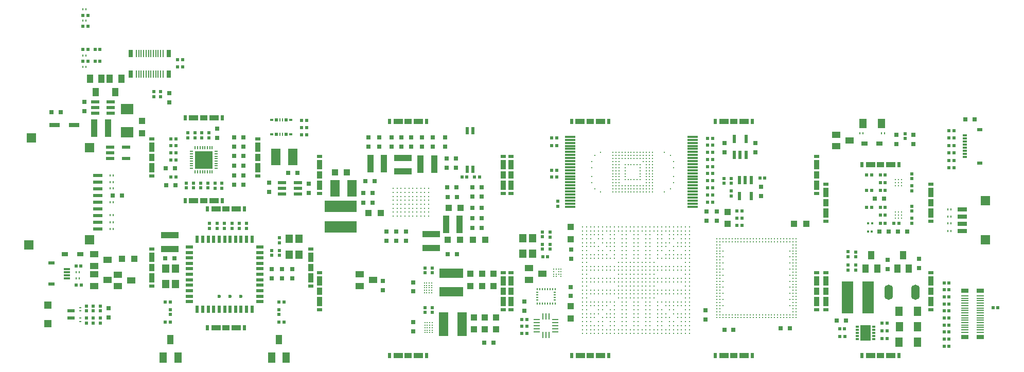
<source format=gtp>
G04*
G04 #@! TF.GenerationSoftware,Altium Limited,Altium Designer,20.0.13 (296)*
G04*
G04 Layer_Color=8421504*
%FSLAX24Y24*%
%MOIN*%
G70*
G01*
G75*
%ADD25R,0.0201X0.0201*%
%ADD26R,0.0394X0.0315*%
%ADD27R,0.0098X0.0118*%
%ADD28C,0.0091*%
%ADD29R,0.0299X0.0315*%
%ADD30O,0.0551X0.0984*%
%ADD31R,0.0236X0.0551*%
%ADD32R,0.0098X0.0157*%
%ADD33R,0.0157X0.0098*%
%ADD34C,0.0079*%
%ADD35R,0.0551X0.0394*%
%ADD36R,0.0551X0.0236*%
%ADD37R,0.0453X0.0551*%
%ADD38R,0.0118X0.0098*%
%ADD39R,0.0394X0.0236*%
%ADD40R,0.0394X0.0118*%
%ADD41R,0.0709X0.0315*%
%ADD42R,0.0394X0.0394*%
%ADD43R,0.0787X0.0709*%
%ADD44R,0.0315X0.0299*%
%ADD45R,0.0201X0.0201*%
%ADD46C,0.0118*%
%ADD47R,0.0394X0.1181*%
%ADD48R,0.0354X0.0236*%
%ADD49R,0.0354X0.0610*%
%ADD50R,0.0354X0.0472*%
%ADD51R,0.0236X0.0354*%
%ADD52R,0.0610X0.0354*%
%ADD53R,0.0472X0.0354*%
%ADD54R,0.0472X0.0630*%
%ADD55R,0.0600X0.0236*%
%ADD56R,0.0600X0.0600*%
%ADD57R,0.0315X0.0118*%
%ADD58R,0.0354X0.0197*%
%ADD59R,0.1181X0.0394*%
%ADD60R,0.0394X0.0394*%
%ADD61R,0.0197X0.0118*%
%ADD62R,0.0689X0.1024*%
%ADD63R,0.0394X0.0551*%
%ADD64R,0.0472X0.0079*%
%ADD65R,0.0472X0.0315*%
%ADD66R,0.0630X0.1063*%
%ADD67R,0.0197X0.0098*%
%ADD68R,0.0098X0.0197*%
%ADD69R,0.1122X0.1122*%
%ADD70R,0.0709X0.0118*%
%ADD71R,0.0472X0.0709*%
%ADD72R,0.0433X0.0591*%
%ADD73R,0.0217X0.0217*%
%ADD74R,0.0197X0.0157*%
%ADD75R,0.0098X0.0217*%
%ADD76R,0.0591X0.0315*%
%ADD77R,0.0591X0.0591*%
%ADD78R,0.0748X0.2087*%
%ADD79R,0.0472X0.0236*%
%ADD80R,0.0472X0.0472*%
%ADD81R,0.2087X0.0748*%
%ADD82R,0.0157X0.0157*%
%ADD83R,0.0236X0.0472*%
%ADD84R,0.0591X0.1575*%
%ADD85R,0.0079X0.0472*%
%ADD86R,0.0276X0.0472*%
%ADD87R,0.1575X0.0591*%
%ADD88R,0.0394X0.0098*%
%ADD89R,0.0098X0.0394*%
%ADD90C,0.0236*%
%ADD91R,0.0197X0.0512*%
%ADD92R,0.0512X0.0197*%
D25*
X143320Y104368D02*
D03*
Y104045D02*
D03*
X143760Y100990D02*
D03*
Y100667D02*
D03*
Y101450D02*
D03*
Y101773D02*
D03*
Y99350D02*
D03*
Y99673D02*
D03*
Y98890D02*
D03*
Y98567D02*
D03*
X140150Y96700D02*
D03*
Y96377D02*
D03*
X139650Y95539D02*
D03*
Y95861D02*
D03*
Y96711D02*
D03*
Y96389D02*
D03*
X132060Y100660D02*
D03*
Y100337D02*
D03*
X132070Y101147D02*
D03*
Y101470D02*
D03*
X131610D02*
D03*
Y101147D02*
D03*
X119840Y96880D02*
D03*
Y97203D02*
D03*
X120330Y97203D02*
D03*
Y96880D02*
D03*
Y97991D02*
D03*
Y97669D02*
D03*
X119840Y98003D02*
D03*
Y97680D02*
D03*
X120836Y99670D02*
D03*
Y99993D02*
D03*
X112690Y92779D02*
D03*
Y93101D02*
D03*
X112230D02*
D03*
Y92779D02*
D03*
X98240Y104089D02*
D03*
Y104412D02*
D03*
X97780Y104089D02*
D03*
Y104412D02*
D03*
X97320Y104090D02*
D03*
Y104413D02*
D03*
X96860Y104090D02*
D03*
Y104413D02*
D03*
X99080Y101160D02*
D03*
Y100837D02*
D03*
X98620Y101163D02*
D03*
Y100840D02*
D03*
X98160Y101170D02*
D03*
Y100847D02*
D03*
X97693Y101170D02*
D03*
Y100847D02*
D03*
X97227Y101170D02*
D03*
Y100847D02*
D03*
X96760D02*
D03*
Y101170D02*
D03*
X102773Y92647D02*
D03*
Y92970D02*
D03*
X102803Y97297D02*
D03*
Y97620D02*
D03*
Y96797D02*
D03*
Y96474D02*
D03*
X102300Y96479D02*
D03*
Y96801D02*
D03*
X100680Y98553D02*
D03*
Y98230D02*
D03*
X100200Y98553D02*
D03*
Y98230D02*
D03*
X99720Y98553D02*
D03*
Y98230D02*
D03*
X99240Y98553D02*
D03*
Y98230D02*
D03*
X98760Y98553D02*
D03*
Y98230D02*
D03*
X98280Y98553D02*
D03*
Y98230D02*
D03*
X95740Y92647D02*
D03*
Y92970D02*
D03*
X90300Y92877D02*
D03*
Y93200D02*
D03*
X90750D02*
D03*
Y92877D02*
D03*
X91200D02*
D03*
Y93200D02*
D03*
X90300Y92423D02*
D03*
Y92100D02*
D03*
X90750D02*
D03*
Y92423D02*
D03*
X91200D02*
D03*
Y92100D02*
D03*
X94660Y106757D02*
D03*
Y107080D02*
D03*
X95116Y106757D02*
D03*
Y107080D02*
D03*
X140150Y95861D02*
D03*
Y95539D02*
D03*
X112695Y95669D02*
D03*
Y95346D02*
D03*
X112245D02*
D03*
Y95669D02*
D03*
D26*
X141682Y103730D02*
D03*
X140698D02*
D03*
X88916Y96550D02*
D03*
X89900D02*
D03*
D27*
X146308Y99450D02*
D03*
X146092D02*
D03*
X146308Y99000D02*
D03*
X146092D02*
D03*
X146308Y98550D02*
D03*
X146092D02*
D03*
X146308Y98050D02*
D03*
X146092D02*
D03*
X89633Y95000D02*
D03*
X89850D02*
D03*
X89633Y95400D02*
D03*
X89850D02*
D03*
X91825Y98180D02*
D03*
X92042D02*
D03*
X91825Y98630D02*
D03*
X92042D02*
D03*
Y99080D02*
D03*
X91825D02*
D03*
Y99910D02*
D03*
X92042D02*
D03*
X91825Y100810D02*
D03*
X92042D02*
D03*
X91825Y101210D02*
D03*
X92042D02*
D03*
X91825Y101660D02*
D03*
X92042D02*
D03*
X90062Y112410D02*
D03*
X90278D02*
D03*
X90062Y111680D02*
D03*
X90278D02*
D03*
X90063Y109440D02*
D03*
X90280D02*
D03*
X90063Y108690D02*
D03*
X90280D02*
D03*
X140609Y104380D02*
D03*
X140392D02*
D03*
X141793D02*
D03*
X142010D02*
D03*
D28*
X142703Y101003D02*
D03*
X143097Y101397D02*
D03*
Y101003D02*
D03*
X142900D02*
D03*
Y101200D02*
D03*
X142703D02*
D03*
Y101397D02*
D03*
X142900D02*
D03*
X143097Y101200D02*
D03*
X142703Y98906D02*
D03*
X143097Y99300D02*
D03*
Y98906D02*
D03*
X142900D02*
D03*
Y99103D02*
D03*
X142703D02*
D03*
Y99300D02*
D03*
X142900D02*
D03*
X143097Y99103D02*
D03*
X131141Y97559D02*
D03*
X136259D02*
D03*
X131141Y92441D02*
D03*
X136259D02*
D03*
X131141Y97165D02*
D03*
X134094Y97559D02*
D03*
X136259Y93819D02*
D03*
X136062D02*
D03*
X135668Y97362D02*
D03*
X135472D02*
D03*
X135865Y95197D02*
D03*
X136062D02*
D03*
Y96181D02*
D03*
X136259D02*
D03*
X136062Y94016D02*
D03*
X135865Y97362D02*
D03*
X136259Y95394D02*
D03*
X135865Y95984D02*
D03*
X136259Y94213D02*
D03*
X135865Y94016D02*
D03*
X136062Y97165D02*
D03*
Y96968D02*
D03*
X136259D02*
D03*
X135865Y96772D02*
D03*
Y93622D02*
D03*
X136062D02*
D03*
Y96772D02*
D03*
X136259Y93425D02*
D03*
X136062Y93228D02*
D03*
X135865D02*
D03*
X136259Y93032D02*
D03*
X136062Y92835D02*
D03*
X136259D02*
D03*
X134487Y97362D02*
D03*
X134684Y97559D02*
D03*
Y97362D02*
D03*
X134881Y97559D02*
D03*
X135865Y96378D02*
D03*
X135078Y97362D02*
D03*
X135275Y97559D02*
D03*
Y97362D02*
D03*
X135472Y97559D02*
D03*
X136259Y95000D02*
D03*
X135865Y94803D02*
D03*
X136062D02*
D03*
X136259Y94606D02*
D03*
X135865Y94409D02*
D03*
X136062D02*
D03*
Y96378D02*
D03*
X136259Y96575D02*
D03*
X131338Y95591D02*
D03*
X131535D02*
D03*
Y95984D02*
D03*
X131338D02*
D03*
X131141Y95787D02*
D03*
X131338D02*
D03*
Y96772D02*
D03*
X131535D02*
D03*
X131338Y96575D02*
D03*
Y96378D02*
D03*
X131141Y96181D02*
D03*
Y95394D02*
D03*
X131338D02*
D03*
Y95197D02*
D03*
X131535D02*
D03*
X131141Y95000D02*
D03*
X134487Y92638D02*
D03*
Y92441D02*
D03*
X131338Y93622D02*
D03*
Y93819D02*
D03*
X132913Y92638D02*
D03*
Y92441D02*
D03*
X131928Y92638D02*
D03*
Y92441D02*
D03*
X134291D02*
D03*
X131535Y93622D02*
D03*
X132716Y92441D02*
D03*
X132125Y92638D02*
D03*
X133109Y92441D02*
D03*
Y92638D02*
D03*
X131732Y92441D02*
D03*
X131535Y92638D02*
D03*
X131338Y92835D02*
D03*
X131141D02*
D03*
X135668Y92638D02*
D03*
X135472D02*
D03*
X131141Y93032D02*
D03*
X135472Y92441D02*
D03*
X135275D02*
D03*
X135078Y92638D02*
D03*
X134881D02*
D03*
Y92441D02*
D03*
X134684D02*
D03*
X131141Y93819D02*
D03*
X131338Y94016D02*
D03*
X131535D02*
D03*
X131141Y94213D02*
D03*
X131535Y93228D02*
D03*
Y94409D02*
D03*
X131338D02*
D03*
X131141Y94606D02*
D03*
X131535Y94803D02*
D03*
X134094Y92441D02*
D03*
X133897Y92638D02*
D03*
X133700Y92441D02*
D03*
Y92638D02*
D03*
X133503Y92441D02*
D03*
X133306Y92638D02*
D03*
X131338Y93228D02*
D03*
X131141Y93425D02*
D03*
X132322Y97559D02*
D03*
Y97362D02*
D03*
X132716Y97559D02*
D03*
Y97362D02*
D03*
X132519D02*
D03*
Y97559D02*
D03*
X133700Y97362D02*
D03*
Y97559D02*
D03*
X133503Y97362D02*
D03*
Y97559D02*
D03*
X133306D02*
D03*
X132125Y97362D02*
D03*
X131928Y97559D02*
D03*
X131732Y97362D02*
D03*
Y97559D02*
D03*
X131535Y97362D02*
D03*
X132519Y92638D02*
D03*
X133109Y97362D02*
D03*
X131535Y96378D02*
D03*
X135865Y95591D02*
D03*
X136062Y95787D02*
D03*
X136259Y92638D02*
D03*
X136062D02*
D03*
X131338Y97165D02*
D03*
X132322Y92638D02*
D03*
X131338D02*
D03*
Y97559D02*
D03*
X134094Y97362D02*
D03*
X131338Y95000D02*
D03*
X135275Y92638D02*
D03*
X134684D02*
D03*
X136062Y93032D02*
D03*
X135865Y92638D02*
D03*
Y92441D02*
D03*
X136062Y93425D02*
D03*
Y94213D02*
D03*
Y94606D02*
D03*
Y95000D02*
D03*
Y95394D02*
D03*
Y95984D02*
D03*
X136259Y95787D02*
D03*
X136062Y96575D02*
D03*
X134881Y97362D02*
D03*
X135668Y97559D02*
D03*
X136062Y97362D02*
D03*
Y97559D02*
D03*
X134094Y92638D02*
D03*
X133503D02*
D03*
X132716D02*
D03*
X133897Y97362D02*
D03*
X133306D02*
D03*
X132913D02*
D03*
X134291D02*
D03*
X131732Y92638D02*
D03*
X131141D02*
D03*
X131338Y93032D02*
D03*
X132125Y92441D02*
D03*
X131338Y93425D02*
D03*
Y94213D02*
D03*
Y94803D02*
D03*
Y94606D02*
D03*
X131928Y97362D02*
D03*
X131338D02*
D03*
X131141Y96968D02*
D03*
X131338D02*
D03*
X131141Y96378D02*
D03*
X131338Y96181D02*
D03*
X136259Y96378D02*
D03*
X136062Y92441D02*
D03*
X135668D02*
D03*
X135078D02*
D03*
X136259Y93228D02*
D03*
Y93622D02*
D03*
Y94016D02*
D03*
Y94409D02*
D03*
Y94803D02*
D03*
Y95197D02*
D03*
Y95591D02*
D03*
X136062D02*
D03*
X136259Y95984D02*
D03*
Y96772D02*
D03*
Y97165D02*
D03*
X135865Y97559D02*
D03*
X136259Y97362D02*
D03*
X135078Y97559D02*
D03*
X133897Y92441D02*
D03*
X133306D02*
D03*
X134291Y92638D02*
D03*
X132322Y92441D02*
D03*
X132519D02*
D03*
X134487Y97559D02*
D03*
X134291D02*
D03*
X132913D02*
D03*
X133109D02*
D03*
X133897D02*
D03*
X131338Y92441D02*
D03*
X131535D02*
D03*
X131141Y93228D02*
D03*
Y93622D02*
D03*
Y94016D02*
D03*
Y94409D02*
D03*
Y94803D02*
D03*
Y95591D02*
D03*
Y95984D02*
D03*
Y97362D02*
D03*
X132125Y97559D02*
D03*
X131535D02*
D03*
X131141Y96575D02*
D03*
Y96772D02*
D03*
Y95197D02*
D03*
X126175Y102166D02*
D03*
X125978Y102363D02*
D03*
X125387Y101378D02*
D03*
X125191Y101575D02*
D03*
X125584Y101378D02*
D03*
X125191Y101772D02*
D03*
X124600Y102363D02*
D03*
X124403Y102166D02*
D03*
X125781Y102363D02*
D03*
X124600Y102953D02*
D03*
X124403Y102559D02*
D03*
X126569D02*
D03*
X126175Y101969D02*
D03*
X124403Y102363D02*
D03*
Y102756D02*
D03*
X124600Y102559D02*
D03*
X124797D02*
D03*
X126569Y102166D02*
D03*
X124797Y102363D02*
D03*
X126962Y102756D02*
D03*
Y102559D02*
D03*
Y102363D02*
D03*
X126765Y102953D02*
D03*
Y102756D02*
D03*
Y102559D02*
D03*
Y102363D02*
D03*
Y102166D02*
D03*
X125191Y102363D02*
D03*
X126569Y102953D02*
D03*
X124797Y102166D02*
D03*
X128340Y102559D02*
D03*
Y102166D02*
D03*
Y101575D02*
D03*
Y101181D02*
D03*
X128143Y102953D02*
D03*
Y100788D02*
D03*
X127750Y103150D02*
D03*
Y100591D02*
D03*
X126962Y103150D02*
D03*
Y102953D02*
D03*
Y102166D02*
D03*
Y101969D02*
D03*
Y101772D02*
D03*
Y101575D02*
D03*
Y101378D02*
D03*
Y101181D02*
D03*
Y100985D02*
D03*
Y100788D02*
D03*
Y100591D02*
D03*
X126765Y103150D02*
D03*
Y101969D02*
D03*
Y101772D02*
D03*
Y101575D02*
D03*
Y101378D02*
D03*
Y101181D02*
D03*
Y100985D02*
D03*
Y100788D02*
D03*
Y100591D02*
D03*
X126569Y103150D02*
D03*
Y102756D02*
D03*
Y102363D02*
D03*
Y101969D02*
D03*
Y101772D02*
D03*
Y101575D02*
D03*
Y101378D02*
D03*
Y101181D02*
D03*
Y100985D02*
D03*
Y100788D02*
D03*
Y100591D02*
D03*
X126372Y103150D02*
D03*
Y102953D02*
D03*
Y102756D02*
D03*
Y102559D02*
D03*
Y100985D02*
D03*
Y100788D02*
D03*
Y100591D02*
D03*
X126175Y103150D02*
D03*
Y102953D02*
D03*
Y102756D02*
D03*
Y102363D02*
D03*
Y101772D02*
D03*
Y101575D02*
D03*
Y101378D02*
D03*
Y100985D02*
D03*
Y100788D02*
D03*
Y100591D02*
D03*
X125978Y103150D02*
D03*
Y102953D02*
D03*
Y102756D02*
D03*
Y101378D02*
D03*
Y100985D02*
D03*
Y100788D02*
D03*
Y100591D02*
D03*
X125781Y103150D02*
D03*
Y102953D02*
D03*
Y102756D02*
D03*
Y101378D02*
D03*
Y100985D02*
D03*
Y100788D02*
D03*
Y100591D02*
D03*
X125584Y103150D02*
D03*
Y102953D02*
D03*
Y102756D02*
D03*
Y102363D02*
D03*
Y100985D02*
D03*
Y100788D02*
D03*
Y100591D02*
D03*
X125387Y103150D02*
D03*
Y102953D02*
D03*
Y102756D02*
D03*
Y102363D02*
D03*
Y100985D02*
D03*
Y100788D02*
D03*
Y100591D02*
D03*
X125191Y103150D02*
D03*
Y102953D02*
D03*
Y102756D02*
D03*
Y102166D02*
D03*
Y101969D02*
D03*
Y101378D02*
D03*
Y100985D02*
D03*
Y100788D02*
D03*
Y100591D02*
D03*
X124994Y103150D02*
D03*
Y102953D02*
D03*
Y102756D02*
D03*
Y100985D02*
D03*
Y100788D02*
D03*
Y100591D02*
D03*
X124797Y103150D02*
D03*
Y102953D02*
D03*
Y102756D02*
D03*
Y101969D02*
D03*
Y101772D02*
D03*
Y101575D02*
D03*
Y101378D02*
D03*
Y101181D02*
D03*
Y100985D02*
D03*
Y100788D02*
D03*
Y100591D02*
D03*
X124600Y103150D02*
D03*
Y102756D02*
D03*
Y102166D02*
D03*
Y101969D02*
D03*
Y101772D02*
D03*
Y101575D02*
D03*
Y101378D02*
D03*
Y101181D02*
D03*
Y100985D02*
D03*
Y100788D02*
D03*
Y100591D02*
D03*
X124403Y103150D02*
D03*
Y102953D02*
D03*
Y101969D02*
D03*
Y101772D02*
D03*
Y101575D02*
D03*
Y101378D02*
D03*
Y101181D02*
D03*
Y100985D02*
D03*
Y100788D02*
D03*
Y100591D02*
D03*
X123616Y103150D02*
D03*
Y100591D02*
D03*
X123222Y102953D02*
D03*
Y100788D02*
D03*
X123025Y102559D02*
D03*
Y102166D02*
D03*
Y101575D02*
D03*
Y101181D02*
D03*
D29*
X142882Y98010D02*
D03*
X143480D02*
D03*
X141682D02*
D03*
X142280D02*
D03*
X103980Y101821D02*
D03*
X103382D02*
D03*
X92596Y100360D02*
D03*
X91997D02*
D03*
X100479Y102910D02*
D03*
X99881D02*
D03*
X88030Y105750D02*
D03*
X88629D02*
D03*
X114309Y96570D02*
D03*
X113711D02*
D03*
X147848Y105300D02*
D03*
X147250D02*
D03*
X116659Y90820D02*
D03*
X116061D02*
D03*
X115899Y100894D02*
D03*
X115301D02*
D03*
X99882Y103520D02*
D03*
X100480D02*
D03*
X99882Y104140D02*
D03*
X100480D02*
D03*
X115899Y98907D02*
D03*
X115301D02*
D03*
X108359Y101300D02*
D03*
X108958D02*
D03*
X114312Y100244D02*
D03*
X113713D02*
D03*
X108239Y100517D02*
D03*
X108837D02*
D03*
X141372Y100150D02*
D03*
X141970D02*
D03*
X96000Y96280D02*
D03*
X95402D02*
D03*
X115899Y99569D02*
D03*
X115301D02*
D03*
X114262Y100894D02*
D03*
X113663D02*
D03*
X138911Y92250D02*
D03*
X139509D02*
D03*
X115899Y100282D02*
D03*
X115301D02*
D03*
X100479Y102290D02*
D03*
X99881D02*
D03*
X96073Y101020D02*
D03*
X95474D02*
D03*
X115890Y98244D02*
D03*
X115292D02*
D03*
X132219Y91650D02*
D03*
X131621D02*
D03*
X135860Y91750D02*
D03*
X135262D02*
D03*
X99881Y101050D02*
D03*
X100479D02*
D03*
X108249Y99890D02*
D03*
X108848D02*
D03*
X96023Y102120D02*
D03*
X95424D02*
D03*
X99882Y101670D02*
D03*
X100480D02*
D03*
D30*
X144000Y94100D02*
D03*
X142268D02*
D03*
D31*
X132276Y102988D02*
D03*
X132650D02*
D03*
X133024D02*
D03*
Y104012D02*
D03*
X132276D02*
D03*
X133354Y101350D02*
D03*
X132980D02*
D03*
X132606D02*
D03*
Y100326D02*
D03*
X133354D02*
D03*
D32*
X119995Y93358D02*
D03*
X120503D02*
D03*
X120673D02*
D03*
X119657D02*
D03*
X119826D02*
D03*
X119995Y94302D02*
D03*
X119826D02*
D03*
X119657D02*
D03*
X119487D02*
D03*
Y93358D02*
D03*
X120334Y94302D02*
D03*
X120503D02*
D03*
X120673D02*
D03*
X120165Y93358D02*
D03*
X120334D02*
D03*
X120165Y94302D02*
D03*
D33*
X119509Y93915D02*
D03*
X120651Y93576D02*
D03*
Y93745D02*
D03*
Y93915D02*
D03*
Y94084D02*
D03*
X119509Y93576D02*
D03*
Y94084D02*
D03*
Y93745D02*
D03*
D34*
X120573Y95108D02*
D03*
Y95423D02*
D03*
X120730Y95580D02*
D03*
X121045Y95265D02*
D03*
X120730Y95108D02*
D03*
X120573Y95265D02*
D03*
X120887Y95580D02*
D03*
X121045D02*
D03*
X120573D02*
D03*
X120887Y95423D02*
D03*
X121045D02*
D03*
X120730Y95265D02*
D03*
X120887D02*
D03*
X121045Y95108D02*
D03*
X112383Y91483D02*
D03*
Y91640D02*
D03*
X112225Y91483D02*
D03*
Y91640D02*
D03*
X112697Y91797D02*
D03*
Y91955D02*
D03*
X112540Y91797D02*
D03*
X112383Y91955D02*
D03*
X112540D02*
D03*
X112225Y91797D02*
D03*
X112383D02*
D03*
X112697Y91483D02*
D03*
Y91640D02*
D03*
X112540Y91483D02*
D03*
Y91640D02*
D03*
X112697Y92112D02*
D03*
X112540D02*
D03*
X112225Y91955D02*
D03*
X112383Y92112D02*
D03*
X112225D02*
D03*
X112347Y94060D02*
D03*
Y94218D02*
D03*
X112190Y94060D02*
D03*
Y94218D02*
D03*
X112662Y94375D02*
D03*
Y94533D02*
D03*
X112505Y94375D02*
D03*
X112347Y94533D02*
D03*
X112505D02*
D03*
X112190Y94375D02*
D03*
X112347D02*
D03*
X112662Y94060D02*
D03*
Y94218D02*
D03*
X112505Y94060D02*
D03*
Y94218D02*
D03*
X112662Y94690D02*
D03*
X112505D02*
D03*
X112190Y94533D02*
D03*
X112347Y94690D02*
D03*
X112190D02*
D03*
D35*
X119830Y95280D02*
D03*
X118964Y94906D02*
D03*
Y95654D02*
D03*
X90800Y95248D02*
D03*
Y94500D02*
D03*
X91666Y94874D02*
D03*
X90800Y96550D02*
D03*
Y95802D02*
D03*
X91666Y96176D02*
D03*
X108008Y95254D02*
D03*
Y94506D02*
D03*
X108874Y94880D02*
D03*
X138854Y104304D02*
D03*
Y103556D02*
D03*
X139720Y103930D02*
D03*
X92334Y95224D02*
D03*
Y94476D02*
D03*
X93200Y94850D02*
D03*
D36*
X102968Y101204D02*
D03*
Y100830D02*
D03*
Y100456D02*
D03*
X103992D02*
D03*
Y100830D02*
D03*
Y101204D02*
D03*
X91850Y103498D02*
D03*
Y103124D02*
D03*
Y102750D02*
D03*
X92874D02*
D03*
Y103498D02*
D03*
X91882Y105686D02*
D03*
Y106060D02*
D03*
Y106434D02*
D03*
X90858D02*
D03*
Y106060D02*
D03*
Y105686D02*
D03*
D37*
X104053Y97547D02*
D03*
X103423Y96523D02*
D03*
X104053D02*
D03*
X103423Y97547D02*
D03*
X95435Y94608D02*
D03*
X96065Y95632D02*
D03*
X95435D02*
D03*
X96065Y94608D02*
D03*
X118585Y97602D02*
D03*
X119215Y96578D02*
D03*
X118585D02*
D03*
X119215Y97602D02*
D03*
D38*
X89900Y92883D02*
D03*
Y93100D02*
D03*
Y92417D02*
D03*
Y92200D02*
D03*
D39*
X88037Y95989D02*
D03*
Y94611D02*
D03*
D40*
X89022Y95398D02*
D03*
Y95595D02*
D03*
Y95005D02*
D03*
Y95202D02*
D03*
D41*
X89487Y104920D02*
D03*
X88227D02*
D03*
D42*
X93900Y104400D02*
D03*
Y105187D02*
D03*
X121680Y98324D02*
D03*
Y97536D02*
D03*
X121660Y92396D02*
D03*
Y93184D02*
D03*
X116660Y95284D02*
D03*
Y94496D02*
D03*
X115920Y95284D02*
D03*
Y94496D02*
D03*
X131820Y99307D02*
D03*
Y98520D02*
D03*
X115170Y95284D02*
D03*
Y94496D02*
D03*
X116820Y91683D02*
D03*
Y92470D02*
D03*
X116090D02*
D03*
Y91683D02*
D03*
X115390Y92470D02*
D03*
Y91683D02*
D03*
D43*
X92950Y104450D02*
D03*
Y105946D02*
D03*
D44*
X95680Y106403D02*
D03*
Y107001D02*
D03*
X130390Y92923D02*
D03*
Y92324D02*
D03*
X91750Y93048D02*
D03*
Y92450D02*
D03*
X102125Y100593D02*
D03*
Y101192D02*
D03*
X90180Y106410D02*
D03*
Y105812D02*
D03*
X113620Y102749D02*
D03*
Y102151D02*
D03*
X102300Y95002D02*
D03*
Y95600D02*
D03*
X121699Y96869D02*
D03*
Y96271D02*
D03*
X143860Y104289D02*
D03*
Y103691D02*
D03*
X110710Y104133D02*
D03*
Y103535D02*
D03*
X112038Y104133D02*
D03*
Y103535D02*
D03*
X131142Y99336D02*
D03*
Y98737D02*
D03*
X131650Y103152D02*
D03*
Y103750D02*
D03*
X113530Y104133D02*
D03*
Y103535D02*
D03*
X110073Y104133D02*
D03*
Y103535D02*
D03*
X110384Y97439D02*
D03*
Y98038D02*
D03*
X109513Y94810D02*
D03*
Y94212D02*
D03*
X130470Y99333D02*
D03*
Y98734D02*
D03*
X111346Y104133D02*
D03*
Y103535D02*
D03*
X142760Y104289D02*
D03*
Y103691D02*
D03*
X102966Y95002D02*
D03*
Y95600D02*
D03*
X108580Y104133D02*
D03*
Y103534D02*
D03*
X118680Y93479D02*
D03*
Y92881D02*
D03*
X134010Y100321D02*
D03*
Y100919D02*
D03*
X110999Y97430D02*
D03*
Y98028D02*
D03*
X98780Y104099D02*
D03*
Y104697D02*
D03*
X133650Y103750D02*
D03*
Y103152D02*
D03*
X142200Y96198D02*
D03*
Y95600D02*
D03*
X121659Y93841D02*
D03*
Y94439D02*
D03*
X114240Y102749D02*
D03*
Y102151D02*
D03*
X111480Y92149D02*
D03*
Y91551D02*
D03*
X109749Y97430D02*
D03*
Y98028D02*
D03*
X109272Y104133D02*
D03*
Y103535D02*
D03*
X111480Y94739D02*
D03*
Y94141D02*
D03*
X103640Y95599D02*
D03*
Y95001D02*
D03*
X104710Y100515D02*
D03*
Y101113D02*
D03*
X144250Y95652D02*
D03*
Y96250D02*
D03*
X112730Y104133D02*
D03*
Y103535D02*
D03*
D45*
X119859Y96400D02*
D03*
X120181D02*
D03*
X134251Y101480D02*
D03*
X133929D02*
D03*
X132761Y99360D02*
D03*
X132439D02*
D03*
X146177Y104083D02*
D03*
X146500D02*
D03*
X90390Y111320D02*
D03*
X90067D02*
D03*
X90391Y112040D02*
D03*
X90069D02*
D03*
X90857Y109070D02*
D03*
X91180D02*
D03*
X90857Y109830D02*
D03*
X91180D02*
D03*
X90390D02*
D03*
X90067D02*
D03*
X90390Y109060D02*
D03*
X90067D02*
D03*
X89950Y95780D02*
D03*
X89627D02*
D03*
X89639Y94550D02*
D03*
X89961D02*
D03*
X118507Y92330D02*
D03*
X118830D02*
D03*
X104230Y104765D02*
D03*
X104553D02*
D03*
X139410Y91710D02*
D03*
X139087D02*
D03*
X142173Y91100D02*
D03*
X141850D02*
D03*
X142173Y92100D02*
D03*
X141850D02*
D03*
X141850Y91600D02*
D03*
X142173D02*
D03*
X120437Y101550D02*
D03*
X120760D02*
D03*
X96523Y109150D02*
D03*
X96200D02*
D03*
X132761Y98420D02*
D03*
X132439D02*
D03*
X141172Y101687D02*
D03*
X140849D02*
D03*
X130873Y100399D02*
D03*
X130550D02*
D03*
X145859Y91967D02*
D03*
X146181D02*
D03*
X96103Y104030D02*
D03*
X95780D02*
D03*
X130873Y103152D02*
D03*
X130550D02*
D03*
X146500Y102633D02*
D03*
X146177D02*
D03*
X142050Y98560D02*
D03*
X141727D02*
D03*
X95779Y103130D02*
D03*
X96102D02*
D03*
X142050Y100700D02*
D03*
X141727D02*
D03*
X120437Y102000D02*
D03*
X120760D02*
D03*
X142921Y98560D02*
D03*
X142599D02*
D03*
X95740Y92160D02*
D03*
X95417D02*
D03*
X104553Y104290D02*
D03*
X104230D02*
D03*
Y105240D02*
D03*
X104553D02*
D03*
X145859Y92878D02*
D03*
X146181D02*
D03*
X120437Y104100D02*
D03*
X120760D02*
D03*
X130873Y102693D02*
D03*
X130550D02*
D03*
X132439Y98890D02*
D03*
X132761D02*
D03*
X146500Y103600D02*
D03*
X146177D02*
D03*
X146501Y104560D02*
D03*
X146179D02*
D03*
X142047Y101207D02*
D03*
X141724D02*
D03*
X118507Y91430D02*
D03*
X118830D02*
D03*
X141720Y101687D02*
D03*
X142043D02*
D03*
X120437Y103600D02*
D03*
X120760D02*
D03*
X146500Y102150D02*
D03*
X146177D02*
D03*
X96103Y103580D02*
D03*
X95780D02*
D03*
X95779Y101570D02*
D03*
X96102D02*
D03*
X145859Y91056D02*
D03*
X146181D02*
D03*
X130873Y101317D02*
D03*
X130550D02*
D03*
X149027Y93100D02*
D03*
X149350D02*
D03*
X142050Y99100D02*
D03*
X141727D02*
D03*
X115442Y101572D02*
D03*
X115765D02*
D03*
X102773Y93470D02*
D03*
X103096D02*
D03*
X130873Y103611D02*
D03*
X130550D02*
D03*
X145859Y94700D02*
D03*
X146181D02*
D03*
X145859Y92422D02*
D03*
X146181D02*
D03*
X130871Y100858D02*
D03*
X130549D02*
D03*
X95740Y93470D02*
D03*
X95417D02*
D03*
X141727Y99600D02*
D03*
X142050D02*
D03*
X130873Y102234D02*
D03*
X130550D02*
D03*
Y99940D02*
D03*
X130873D02*
D03*
X145859Y91511D02*
D03*
X146181D02*
D03*
X102773Y92160D02*
D03*
X103096D02*
D03*
X145859Y94244D02*
D03*
X146181D02*
D03*
X139420Y91240D02*
D03*
X139097D02*
D03*
X141172Y99600D02*
D03*
X140850D02*
D03*
X130873Y101776D02*
D03*
X130550D02*
D03*
X145859Y90600D02*
D03*
X146181D02*
D03*
X145859Y93333D02*
D03*
X146181D02*
D03*
X130550Y104070D02*
D03*
X130873D02*
D03*
X145859Y93789D02*
D03*
X146181D02*
D03*
X95777Y102670D02*
D03*
X96100D02*
D03*
X118507Y91880D02*
D03*
X118830D02*
D03*
X96523Y108690D02*
D03*
X96200D02*
D03*
X146500Y103117D02*
D03*
X146177D02*
D03*
X140850Y100700D02*
D03*
X141172D02*
D03*
X114951Y101570D02*
D03*
X114628D02*
D03*
D46*
X110422Y100300D02*
D03*
X110166D02*
D03*
X111958Y100044D02*
D03*
X110678Y100300D02*
D03*
X111702Y99788D02*
D03*
Y100044D02*
D03*
Y100812D02*
D03*
X110678Y100044D02*
D03*
X111190Y99020D02*
D03*
X110166Y100556D02*
D03*
X110422Y100044D02*
D03*
X110166D02*
D03*
X110422Y100812D02*
D03*
X112470Y99276D02*
D03*
X111702Y99532D02*
D03*
X110678Y100556D02*
D03*
X110934D02*
D03*
X111190Y99532D02*
D03*
X111446Y99020D02*
D03*
X112470D02*
D03*
X112214D02*
D03*
X110422D02*
D03*
X110166D02*
D03*
X110934D02*
D03*
X110166Y99532D02*
D03*
Y99276D02*
D03*
X111446Y100812D02*
D03*
X110678D02*
D03*
X110166D02*
D03*
X111702Y99020D02*
D03*
X112470Y100812D02*
D03*
X110934D02*
D03*
X111190D02*
D03*
X111446Y100556D02*
D03*
X110934Y99788D02*
D03*
X110422Y100556D02*
D03*
X111958Y99020D02*
D03*
X111446Y99532D02*
D03*
X110422Y99276D02*
D03*
X110678D02*
D03*
Y99020D02*
D03*
X110422Y99532D02*
D03*
X111190Y99276D02*
D03*
X110678Y99788D02*
D03*
X112214Y100044D02*
D03*
X112470Y99788D02*
D03*
Y100556D02*
D03*
X110934Y100044D02*
D03*
X111190Y99788D02*
D03*
X111446Y100044D02*
D03*
X112470Y99532D02*
D03*
X111958Y99788D02*
D03*
X111446Y100300D02*
D03*
X112214Y99532D02*
D03*
Y99788D02*
D03*
X112470Y100044D02*
D03*
X111958Y100300D02*
D03*
Y99532D02*
D03*
X111190Y100556D02*
D03*
Y100300D02*
D03*
X111702Y99276D02*
D03*
X110934D02*
D03*
X112470Y100300D02*
D03*
X112214D02*
D03*
Y100812D02*
D03*
X111958Y100556D02*
D03*
Y100812D02*
D03*
X110934Y99532D02*
D03*
X110422Y99788D02*
D03*
X110934Y100300D02*
D03*
X112214Y99276D02*
D03*
X111446Y99788D02*
D03*
Y99276D02*
D03*
X111190Y100044D02*
D03*
X111702Y100556D02*
D03*
X112214D02*
D03*
X111702Y100300D02*
D03*
X111958Y99276D02*
D03*
X110166Y99788D02*
D03*
X110678Y99532D02*
D03*
X122450Y98327D02*
D03*
X122706D02*
D03*
X122962D02*
D03*
X123218D02*
D03*
X123474D02*
D03*
X123730D02*
D03*
X123986D02*
D03*
X124242D02*
D03*
X124498D02*
D03*
X124754D02*
D03*
X126289D02*
D03*
X126545D02*
D03*
X128592D02*
D03*
X122450Y98071D02*
D03*
X122706D02*
D03*
X122962D02*
D03*
X123218D02*
D03*
X123474D02*
D03*
X123730D02*
D03*
X123986D02*
D03*
X124242D02*
D03*
X124498D02*
D03*
X124754D02*
D03*
X126289D02*
D03*
X128336D02*
D03*
X122450Y97815D02*
D03*
X122706D02*
D03*
X128080D02*
D03*
X128336D02*
D03*
X122450Y97559D02*
D03*
X122706D02*
D03*
X122962D02*
D03*
X125010D02*
D03*
X125265D02*
D03*
X125777D02*
D03*
X126033D02*
D03*
X126545D02*
D03*
X127313D02*
D03*
X128080D02*
D03*
X128336D02*
D03*
X129104D02*
D03*
X129360D02*
D03*
X122450Y97303D02*
D03*
X122706D02*
D03*
X124242D02*
D03*
X125010D02*
D03*
X125265D02*
D03*
X125777D02*
D03*
X126033D02*
D03*
X127824D02*
D03*
X128080D02*
D03*
X129104D02*
D03*
X129360D02*
D03*
X122450Y97047D02*
D03*
X122706D02*
D03*
X122962D02*
D03*
X123218D02*
D03*
X123986D02*
D03*
X124498D02*
D03*
X125010D02*
D03*
X125265D02*
D03*
X125777D02*
D03*
X126033D02*
D03*
X127824D02*
D03*
X128848D02*
D03*
X129104D02*
D03*
X129360D02*
D03*
X122450Y96791D02*
D03*
X122706D02*
D03*
X123474D02*
D03*
X123730D02*
D03*
X124242D02*
D03*
X124498D02*
D03*
X125010D02*
D03*
X125265D02*
D03*
X125777D02*
D03*
X126033D02*
D03*
X127569D02*
D03*
X128336D02*
D03*
X129104D02*
D03*
X129360D02*
D03*
X122450Y96535D02*
D03*
X122706D02*
D03*
X122962D02*
D03*
X123218D02*
D03*
X123474D02*
D03*
X123730D02*
D03*
X123986D02*
D03*
X124498D02*
D03*
X125010D02*
D03*
X125777D02*
D03*
X126033D02*
D03*
X126545D02*
D03*
X127313D02*
D03*
X127824D02*
D03*
X128080D02*
D03*
X128336D02*
D03*
X128592D02*
D03*
X128848D02*
D03*
X122450Y96280D02*
D03*
X122706D02*
D03*
X122962D02*
D03*
X123218D02*
D03*
X125777D02*
D03*
X126033D02*
D03*
X126801D02*
D03*
X128336D02*
D03*
X128592D02*
D03*
X122450Y96024D02*
D03*
X122706D02*
D03*
X122450Y95768D02*
D03*
X122706D02*
D03*
X122962D02*
D03*
X123218D02*
D03*
X123474D02*
D03*
X123730D02*
D03*
X127824D02*
D03*
X128080D02*
D03*
X122450Y95512D02*
D03*
X122706D02*
D03*
X122962D02*
D03*
X123218D02*
D03*
X123730D02*
D03*
X122450Y95256D02*
D03*
X122706D02*
D03*
X127824Y95000D02*
D03*
X129104D02*
D03*
X129360D02*
D03*
X123730Y94744D02*
D03*
X127824D02*
D03*
X128080D02*
D03*
X128336D02*
D03*
X128592D02*
D03*
X128848D02*
D03*
X129104D02*
D03*
Y94488D02*
D03*
X123986Y94232D02*
D03*
X127824D02*
D03*
X122450Y93976D02*
D03*
X122706D02*
D03*
X122962D02*
D03*
X123218D02*
D03*
X123474D02*
D03*
X123730D02*
D03*
X127824D02*
D03*
X128080D02*
D03*
X128336D02*
D03*
X128592D02*
D03*
X122706Y93720D02*
D03*
Y93465D02*
D03*
X123474D02*
D03*
X124242D02*
D03*
X127824D02*
D03*
X129104D02*
D03*
X129360D02*
D03*
X122962Y93209D02*
D03*
X123474D02*
D03*
X123730D02*
D03*
X129360D02*
D03*
X122450Y92953D02*
D03*
X123730D02*
D03*
X124498D02*
D03*
X125777D02*
D03*
X126033D02*
D03*
X126545D02*
D03*
X126801D02*
D03*
X127313D02*
D03*
X122450Y92697D02*
D03*
X122706D02*
D03*
X123986D02*
D03*
X124242D02*
D03*
X126033D02*
D03*
X129104D02*
D03*
X122450Y92441D02*
D03*
X122962D02*
D03*
X123730D02*
D03*
X123986D02*
D03*
X125777D02*
D03*
X126033D02*
D03*
X126801D02*
D03*
X127313D02*
D03*
X126033Y92185D02*
D03*
X126801D02*
D03*
X127569D02*
D03*
X123730Y91929D02*
D03*
X125777D02*
D03*
X126033D02*
D03*
X122706Y91673D02*
D03*
X123218D02*
D03*
X123474D02*
D03*
X123730D02*
D03*
X123986D02*
D03*
X126033D02*
D03*
X127313D02*
D03*
X122706Y91417D02*
D03*
X123218D02*
D03*
X123474D02*
D03*
X123730D02*
D03*
X123986D02*
D03*
X126289D02*
D03*
X127313D02*
D03*
X127569D02*
D03*
X122450Y91929D02*
D03*
X123474Y92697D02*
D03*
X122450Y91673D02*
D03*
X122706Y92185D02*
D03*
X122962D02*
D03*
X123218Y91929D02*
D03*
X127569Y96280D02*
D03*
X122706Y92441D02*
D03*
X125777Y93209D02*
D03*
X125265D02*
D03*
X129104Y92185D02*
D03*
X129360D02*
D03*
X129104Y95512D02*
D03*
X129360D02*
D03*
X129104Y92953D02*
D03*
X129360D02*
D03*
X129104Y96535D02*
D03*
X129360D02*
D03*
X128848Y92185D02*
D03*
Y95000D02*
D03*
X128336Y92953D02*
D03*
Y95512D02*
D03*
X129360Y92441D02*
D03*
X129104D02*
D03*
X128848Y96280D02*
D03*
X128336Y95768D02*
D03*
X129104Y96280D02*
D03*
X129360Y96024D02*
D03*
X128080Y93209D02*
D03*
X129104Y91929D02*
D03*
X128080Y95512D02*
D03*
X128336Y92697D02*
D03*
X128848Y92441D02*
D03*
X128080Y92953D02*
D03*
X128592Y92441D02*
D03*
X129104Y91673D02*
D03*
X129360D02*
D03*
X129104Y95768D02*
D03*
X128848Y95512D02*
D03*
X129360Y95768D02*
D03*
X128592Y95512D02*
D03*
X129360Y96280D02*
D03*
X128336Y95000D02*
D03*
X129360Y95256D02*
D03*
X128080Y95000D02*
D03*
X129104Y95256D02*
D03*
X128080Y93465D02*
D03*
X128336D02*
D03*
X128592Y93209D02*
D03*
X128336D02*
D03*
X128848Y92697D02*
D03*
X129360Y91929D02*
D03*
X128848Y95768D02*
D03*
X129104Y96024D02*
D03*
X128848Y93465D02*
D03*
X129104Y93209D02*
D03*
X129360Y93976D02*
D03*
X129104D02*
D03*
X128848Y93209D02*
D03*
X129360Y92697D02*
D03*
Y94744D02*
D03*
Y94488D02*
D03*
X128848Y94232D02*
D03*
X129360D02*
D03*
X129104D02*
D03*
X128080D02*
D03*
X128336D02*
D03*
X129360Y93720D02*
D03*
X129104D02*
D03*
X128848Y93976D02*
D03*
X128592Y91673D02*
D03*
Y91417D02*
D03*
X125265Y91673D02*
D03*
Y91417D02*
D03*
X127824Y91673D02*
D03*
Y91417D02*
D03*
X124498D02*
D03*
Y91673D02*
D03*
X128848D02*
D03*
X125777Y91417D02*
D03*
X127313Y92697D02*
D03*
X125265Y92441D02*
D03*
X128336Y91417D02*
D03*
Y91673D02*
D03*
X124498Y92185D02*
D03*
Y91929D02*
D03*
X125010Y92441D02*
D03*
X124754Y91417D02*
D03*
X127824Y92441D02*
D03*
X128592Y91929D02*
D03*
X125010Y92697D02*
D03*
X127824D02*
D03*
X128336Y91929D02*
D03*
X128080Y92441D02*
D03*
X128336Y92185D02*
D03*
X129360Y91417D02*
D03*
X129104D02*
D03*
X125010D02*
D03*
X125265Y91929D02*
D03*
X125010Y91673D02*
D03*
X125265Y92185D02*
D03*
Y92697D02*
D03*
X125521Y91673D02*
D03*
X125777Y92697D02*
D03*
X125521Y91417D02*
D03*
X125777Y91673D02*
D03*
X127569Y92697D02*
D03*
X128080Y91673D02*
D03*
Y91417D02*
D03*
X127569Y92441D02*
D03*
X128080Y91929D02*
D03*
X128848Y91417D02*
D03*
X125010Y91929D02*
D03*
X124754Y91673D02*
D03*
X126801Y92697D02*
D03*
X127569Y91673D02*
D03*
X126801Y91417D02*
D03*
Y91673D02*
D03*
X127569Y91929D02*
D03*
X127313D02*
D03*
X126033Y91417D02*
D03*
X126289Y91673D02*
D03*
X126545Y91417D02*
D03*
Y91929D02*
D03*
Y91673D02*
D03*
Y92697D02*
D03*
Y92441D02*
D03*
X127057Y91417D02*
D03*
X126801Y91929D02*
D03*
X127057Y91673D02*
D03*
X127569Y94232D02*
D03*
X126545Y93209D02*
D03*
X127569Y95000D02*
D03*
Y95512D02*
D03*
X123986Y97303D02*
D03*
X123218Y94744D02*
D03*
X122450Y93465D02*
D03*
Y93720D02*
D03*
X123218Y95000D02*
D03*
X123474D02*
D03*
X122450D02*
D03*
X124242Y95512D02*
D03*
X123986D02*
D03*
X124242Y95768D02*
D03*
X123986Y96280D02*
D03*
X124242D02*
D03*
X123730D02*
D03*
X122962Y95000D02*
D03*
X122706D02*
D03*
X124242Y93976D02*
D03*
X123218Y92697D02*
D03*
Y94232D02*
D03*
X124242D02*
D03*
Y95000D02*
D03*
X123986Y95768D02*
D03*
X123474Y94232D02*
D03*
X126801Y97047D02*
D03*
X127569Y97559D02*
D03*
Y98071D02*
D03*
X122706Y93209D02*
D03*
X124754Y94744D02*
D03*
X122450Y93209D02*
D03*
X123218Y93465D02*
D03*
X126801Y96791D02*
D03*
X126545D02*
D03*
X128336Y98327D02*
D03*
X128080Y98071D02*
D03*
X124242Y92185D02*
D03*
Y91929D02*
D03*
X127824Y95512D02*
D03*
X125265Y92953D02*
D03*
X126545Y98071D02*
D03*
X126801Y97559D02*
D03*
Y97303D02*
D03*
Y97815D02*
D03*
Y98071D02*
D03*
X126545Y97047D02*
D03*
X123474Y92185D02*
D03*
X128592Y98071D02*
D03*
X128080Y96280D02*
D03*
X127824D02*
D03*
X128592Y97303D02*
D03*
X128336Y97047D02*
D03*
X128592Y97815D02*
D03*
X125265Y98071D02*
D03*
Y98327D02*
D03*
X125521Y98071D02*
D03*
Y98327D02*
D03*
X125777Y98071D02*
D03*
Y98327D02*
D03*
X126033Y98071D02*
D03*
Y98327D02*
D03*
X125010Y98071D02*
D03*
Y98327D02*
D03*
X123986Y95000D02*
D03*
X127313Y97815D02*
D03*
X127569D02*
D03*
X127313Y97303D02*
D03*
X123986Y93465D02*
D03*
X127824Y98327D02*
D03*
X127313Y98071D02*
D03*
X127057Y98327D02*
D03*
X127313D02*
D03*
X127569D02*
D03*
Y93976D02*
D03*
X126801Y93209D02*
D03*
X125777Y94232D02*
D03*
X126033Y95256D02*
D03*
X124498Y93209D02*
D03*
X125010Y92953D02*
D03*
X124498Y94232D02*
D03*
X122450Y94744D02*
D03*
X125265Y96280D02*
D03*
X126801Y96535D02*
D03*
X124242Y92441D02*
D03*
X124498Y95000D02*
D03*
Y92697D02*
D03*
Y93976D02*
D03*
Y94744D02*
D03*
X125265Y96535D02*
D03*
X127057Y98071D02*
D03*
X126801Y98327D02*
D03*
X122706Y92953D02*
D03*
X127313Y96791D02*
D03*
X127569Y97303D02*
D03*
X128080Y98327D02*
D03*
X127824Y98071D02*
D03*
X127569Y97047D02*
D03*
X122706Y94232D02*
D03*
X122450D02*
D03*
X122962Y91673D02*
D03*
Y91417D02*
D03*
X123730Y92185D02*
D03*
X122962Y94744D02*
D03*
X122450Y94488D02*
D03*
X122706D02*
D03*
X123986Y93209D02*
D03*
X123730Y93465D02*
D03*
Y95000D02*
D03*
X123986Y94744D02*
D03*
X126545Y97815D02*
D03*
Y97303D02*
D03*
X123986Y93976D02*
D03*
X124242Y92953D02*
D03*
X128080Y96791D02*
D03*
X128848Y98327D02*
D03*
X122962Y93465D02*
D03*
X127824Y93209D02*
D03*
X127569Y92953D02*
D03*
X122706Y91929D02*
D03*
X123730Y94232D02*
D03*
X123474Y94744D02*
D03*
X124242D02*
D03*
X127313Y97047D02*
D03*
X123474Y92953D02*
D03*
X122962Y92697D02*
D03*
X123218Y93209D02*
D03*
X122450Y91417D02*
D03*
X123218Y92441D02*
D03*
X129360Y98327D02*
D03*
X129104D02*
D03*
Y98071D02*
D03*
X129360D02*
D03*
X128848D02*
D03*
X129104Y97815D02*
D03*
X129360D02*
D03*
X128848D02*
D03*
Y97303D02*
D03*
Y97559D02*
D03*
X128592Y97047D02*
D03*
X127569Y95768D02*
D03*
X127313Y96280D02*
D03*
X124498Y97815D02*
D03*
Y97559D02*
D03*
X124242Y97047D02*
D03*
X124498Y95512D02*
D03*
X123730Y97815D02*
D03*
Y97559D02*
D03*
X124242Y97815D02*
D03*
Y97559D02*
D03*
X123474D02*
D03*
Y97815D02*
D03*
X123218D02*
D03*
Y97303D02*
D03*
X127313Y95000D02*
D03*
X127569Y93465D02*
D03*
X126801D02*
D03*
X126545D02*
D03*
X127313Y93209D02*
D03*
X126033D02*
D03*
X127569Y94744D02*
D03*
X127313D02*
D03*
Y93976D02*
D03*
Y94232D02*
D03*
X126033Y93465D02*
D03*
X125777D02*
D03*
X126545Y94744D02*
D03*
X126801Y95000D02*
D03*
X126545D02*
D03*
Y95256D02*
D03*
Y95512D02*
D03*
X126801D02*
D03*
X126545Y94232D02*
D03*
Y93976D02*
D03*
Y94488D02*
D03*
X126801Y95256D02*
D03*
X127057Y93720D02*
D03*
Y93976D02*
D03*
X126289Y94744D02*
D03*
X125777D02*
D03*
X125521D02*
D03*
X126289Y95000D02*
D03*
X125777D02*
D03*
X125521D02*
D03*
X126289Y95512D02*
D03*
Y95768D02*
D03*
X126801Y96024D02*
D03*
X126033D02*
D03*
X125777D02*
D03*
X125521D02*
D03*
X125265Y93465D02*
D03*
Y96024D02*
D03*
X125010D02*
D03*
X124754D02*
D03*
X125010Y96280D02*
D03*
X124498D02*
D03*
X126801Y94744D02*
D03*
Y93976D02*
D03*
Y94232D02*
D03*
Y94488D02*
D03*
X127057D02*
D03*
X128592Y92697D02*
D03*
X128848Y91929D02*
D03*
X128592Y94232D02*
D03*
Y95000D02*
D03*
Y95768D02*
D03*
X128080Y92185D02*
D03*
X127313D02*
D03*
X126545D02*
D03*
X128592Y93465D02*
D03*
X127313D02*
D03*
X126033Y93720D02*
D03*
X126289D02*
D03*
Y93976D02*
D03*
X126033D02*
D03*
X126289Y94232D02*
D03*
Y94488D02*
D03*
Y95256D02*
D03*
X127313Y95512D02*
D03*
Y95768D02*
D03*
X127057Y95512D02*
D03*
X126801Y95768D02*
D03*
X127057D02*
D03*
Y96024D02*
D03*
X126545D02*
D03*
Y95768D02*
D03*
X127057Y95000D02*
D03*
Y95256D02*
D03*
Y94744D02*
D03*
Y94232D02*
D03*
X126801Y93720D02*
D03*
X126545D02*
D03*
X126289Y96024D02*
D03*
X124242Y91417D02*
D03*
Y91673D02*
D03*
X124498Y92441D02*
D03*
X125777Y92185D02*
D03*
X125010D02*
D03*
Y93209D02*
D03*
X125777Y93720D02*
D03*
Y93976D02*
D03*
X125010Y93720D02*
D03*
X124754D02*
D03*
X125010Y93465D02*
D03*
X125521Y93720D02*
D03*
X125265D02*
D03*
X126033Y94232D02*
D03*
Y94488D02*
D03*
X125777D02*
D03*
X126033Y94744D02*
D03*
X125010D02*
D03*
X125265D02*
D03*
Y95000D02*
D03*
X125010D02*
D03*
Y95256D02*
D03*
X126033Y95000D02*
D03*
X124754D02*
D03*
Y95256D02*
D03*
X125777D02*
D03*
X125521D02*
D03*
X125265D02*
D03*
X125777Y97815D02*
D03*
X126033D02*
D03*
X124498Y97303D02*
D03*
X125010Y97815D02*
D03*
X125265D02*
D03*
X123730Y97303D02*
D03*
X122962Y91929D02*
D03*
X123474D02*
D03*
X122706Y94744D02*
D03*
X122962Y94232D02*
D03*
X123474Y95512D02*
D03*
Y96280D02*
D03*
Y97047D02*
D03*
X122962Y97815D02*
D03*
Y97303D02*
D03*
X122450Y92185D02*
D03*
X125010Y95512D02*
D03*
X125265Y95768D02*
D03*
X124754D02*
D03*
Y95512D02*
D03*
X125010Y95768D02*
D03*
X125777Y95512D02*
D03*
X125521D02*
D03*
Y95768D02*
D03*
X125265Y95512D02*
D03*
X125777Y95768D02*
D03*
X126033D02*
D03*
Y95512D02*
D03*
X124498Y95768D02*
D03*
X126545Y96280D02*
D03*
X124498Y93465D02*
D03*
X124754Y93976D02*
D03*
Y94232D02*
D03*
Y94488D02*
D03*
X125010D02*
D03*
Y94232D02*
D03*
Y93976D02*
D03*
X125265D02*
D03*
X125521D02*
D03*
X125265Y94232D02*
D03*
Y94488D02*
D03*
X125521Y94232D02*
D03*
Y94488D02*
D03*
D47*
X109580Y102436D02*
D03*
X108697D02*
D03*
X91700Y104740D02*
D03*
X90817D02*
D03*
X112830Y102394D02*
D03*
X111947D02*
D03*
X114478Y98474D02*
D03*
X113595D02*
D03*
D48*
X138200Y98699D02*
D03*
Y101101D02*
D03*
X145000Y98699D02*
D03*
Y101101D02*
D03*
X137600Y100499D02*
D03*
Y102901D02*
D03*
X117800Y92949D02*
D03*
Y95351D02*
D03*
Y100499D02*
D03*
Y102901D02*
D03*
X137600Y92949D02*
D03*
Y95351D02*
D03*
X145000Y92949D02*
D03*
Y95351D02*
D03*
X138200Y92949D02*
D03*
Y95351D02*
D03*
X117300Y100500D02*
D03*
Y102902D02*
D03*
X105400Y100499D02*
D03*
Y102901D02*
D03*
X117300Y92949D02*
D03*
Y95351D02*
D03*
X105400Y92949D02*
D03*
Y95351D02*
D03*
X94550Y101628D02*
D03*
Y104029D02*
D03*
Y94491D02*
D03*
Y96892D02*
D03*
X101400Y101628D02*
D03*
Y104029D02*
D03*
X104850Y94491D02*
D03*
Y96892D02*
D03*
D49*
X138200Y99239D02*
D03*
Y100561D02*
D03*
X145000Y99239D02*
D03*
Y100561D02*
D03*
X137600Y101039D02*
D03*
Y102361D02*
D03*
X117800Y93489D02*
D03*
Y94811D02*
D03*
Y101039D02*
D03*
Y102361D02*
D03*
X137600Y93489D02*
D03*
Y94811D02*
D03*
X145000Y93489D02*
D03*
Y94811D02*
D03*
X138200Y93489D02*
D03*
Y94811D02*
D03*
X117300Y101039D02*
D03*
Y102362D02*
D03*
X105400Y101039D02*
D03*
Y102361D02*
D03*
X117300Y93489D02*
D03*
Y94811D02*
D03*
X105400Y93489D02*
D03*
Y94811D02*
D03*
X94550Y102167D02*
D03*
Y103490D02*
D03*
Y95030D02*
D03*
Y96353D02*
D03*
X101400Y102167D02*
D03*
Y103490D02*
D03*
X104850Y95030D02*
D03*
Y96353D02*
D03*
D50*
X138200Y99900D02*
D03*
X145000D02*
D03*
X137600Y101700D02*
D03*
X117800Y94150D02*
D03*
Y101700D02*
D03*
X137600Y94150D02*
D03*
X145000D02*
D03*
X138200D02*
D03*
X117300Y101701D02*
D03*
X105400Y101700D02*
D03*
X117300Y94150D02*
D03*
X105400D02*
D03*
X94550Y102829D02*
D03*
Y95691D02*
D03*
X101400Y102829D02*
D03*
X104850Y95691D02*
D03*
D51*
X131049Y105150D02*
D03*
X133451D02*
D03*
X121738D02*
D03*
X124139D02*
D03*
X121749Y90000D02*
D03*
X124151D02*
D03*
X131049D02*
D03*
X133451D02*
D03*
X140549D02*
D03*
X142951D02*
D03*
X140549Y102350D02*
D03*
X142951D02*
D03*
X109949Y105150D02*
D03*
X112351D02*
D03*
X109949Y90000D02*
D03*
X112351D02*
D03*
X100551Y91780D02*
D03*
X98149D02*
D03*
X100551Y99480D02*
D03*
X98149D02*
D03*
X99101Y100020D02*
D03*
X96699D02*
D03*
X99112Y105400D02*
D03*
X96711D02*
D03*
D52*
X131589Y105150D02*
D03*
X132911D02*
D03*
X122277D02*
D03*
X123600D02*
D03*
X122289Y90000D02*
D03*
X123611D02*
D03*
X131589D02*
D03*
X132911D02*
D03*
X141089D02*
D03*
X142411D02*
D03*
X141089Y102350D02*
D03*
X142411D02*
D03*
X110489Y105150D02*
D03*
X111811D02*
D03*
X110489Y90000D02*
D03*
X111811D02*
D03*
X100011Y91780D02*
D03*
X98689D02*
D03*
X100011Y99480D02*
D03*
X98689D02*
D03*
X98561Y100020D02*
D03*
X97239D02*
D03*
X98573Y105400D02*
D03*
X97250D02*
D03*
D53*
X132250Y105150D02*
D03*
X122939D02*
D03*
X122950Y90000D02*
D03*
X132250D02*
D03*
X141750D02*
D03*
Y102350D02*
D03*
X111150Y105150D02*
D03*
Y90000D02*
D03*
X99350Y91780D02*
D03*
Y99480D02*
D03*
X97900Y100020D02*
D03*
X97911Y105400D02*
D03*
D54*
X144150Y91850D02*
D03*
X142969D02*
D03*
X144131Y92850D02*
D03*
X142950D02*
D03*
X140609Y105030D02*
D03*
X141790D02*
D03*
X142950Y90850D02*
D03*
X144131D02*
D03*
D55*
X91031Y100355D02*
D03*
Y99922D02*
D03*
Y101221D02*
D03*
Y98622D02*
D03*
Y100788D02*
D03*
Y99056D02*
D03*
Y98189D02*
D03*
Y101654D02*
D03*
Y99489D02*
D03*
D56*
X90519Y103465D02*
D03*
X86740Y104095D02*
D03*
X86582Y97166D02*
D03*
X90519Y97481D02*
D03*
D57*
X147200Y104241D02*
D03*
Y103847D02*
D03*
Y103650D02*
D03*
Y103453D02*
D03*
Y103256D02*
D03*
Y103059D02*
D03*
Y104044D02*
D03*
Y102863D02*
D03*
D58*
X148184Y104634D02*
D03*
Y102469D02*
D03*
D59*
X95700Y96897D02*
D03*
Y97780D02*
D03*
X112629Y96971D02*
D03*
Y97854D02*
D03*
X110801Y102807D02*
D03*
Y101924D02*
D03*
D60*
X113753Y99544D02*
D03*
X114540D02*
D03*
X113703Y97494D02*
D03*
X114490D02*
D03*
X136140Y98540D02*
D03*
X136927D02*
D03*
X115340Y97494D02*
D03*
X116127D02*
D03*
X109358Y99220D02*
D03*
X108570D02*
D03*
X107177Y101870D02*
D03*
X106390D02*
D03*
X93400Y96250D02*
D03*
X92613D02*
D03*
D61*
X140237Y91841D02*
D03*
Y91053D02*
D03*
X141300Y91447D02*
D03*
Y91053D02*
D03*
Y91250D02*
D03*
X140237Y91447D02*
D03*
X141300Y91841D02*
D03*
Y91644D02*
D03*
X140237D02*
D03*
Y91250D02*
D03*
D62*
X140768Y91447D02*
D03*
D63*
X140776Y95617D02*
D03*
X141524D02*
D03*
X141150Y96483D02*
D03*
X92558Y107926D02*
D03*
X91810D02*
D03*
X92184Y107060D02*
D03*
X91284Y107926D02*
D03*
X90536D02*
D03*
X90910Y107060D02*
D03*
X142826Y95634D02*
D03*
X143574D02*
D03*
X143200Y96500D02*
D03*
D64*
X148200Y93857D02*
D03*
X147216Y93542D02*
D03*
Y93699D02*
D03*
Y93069D02*
D03*
Y93227D02*
D03*
Y92597D02*
D03*
Y92754D02*
D03*
Y92124D02*
D03*
Y92282D02*
D03*
X148200Y93699D02*
D03*
X147216Y91652D02*
D03*
Y91809D02*
D03*
X148200Y91494D02*
D03*
Y92597D02*
D03*
X147216Y93857D02*
D03*
Y93384D02*
D03*
Y92912D02*
D03*
Y92439D02*
D03*
Y91967D02*
D03*
Y91494D02*
D03*
X148200Y92439D02*
D03*
Y92124D02*
D03*
Y91967D02*
D03*
Y91652D02*
D03*
Y91809D02*
D03*
Y92282D02*
D03*
Y93542D02*
D03*
Y93384D02*
D03*
Y93069D02*
D03*
Y92912D02*
D03*
Y92754D02*
D03*
Y93227D02*
D03*
D65*
Y94192D02*
D03*
Y91200D02*
D03*
X147216Y94192D02*
D03*
Y91200D02*
D03*
D66*
X106389Y100840D02*
D03*
X107491D02*
D03*
X103681Y102860D02*
D03*
X102579D02*
D03*
D67*
X98687Y102276D02*
D03*
Y102119D02*
D03*
Y102749D02*
D03*
Y103221D02*
D03*
Y102906D02*
D03*
Y102434D02*
D03*
Y102591D02*
D03*
X97113Y102749D02*
D03*
Y102119D02*
D03*
Y103221D02*
D03*
Y102906D02*
D03*
Y103064D02*
D03*
Y102434D02*
D03*
X98687Y103064D02*
D03*
X97113Y102276D02*
D03*
Y102591D02*
D03*
D68*
X97506Y101883D02*
D03*
X98136Y103457D02*
D03*
X98451Y101883D02*
D03*
X97349D02*
D03*
X97821D02*
D03*
X97664D02*
D03*
X97506Y103457D02*
D03*
X97979Y101883D02*
D03*
X97664Y103457D02*
D03*
X97349D02*
D03*
X97821D02*
D03*
X98451D02*
D03*
X97979D02*
D03*
X98136Y101883D02*
D03*
X98294Y103457D02*
D03*
Y101883D02*
D03*
D69*
X97900Y102670D02*
D03*
D70*
X129567Y103967D02*
D03*
Y103770D02*
D03*
Y102589D02*
D03*
Y101211D02*
D03*
Y100030D02*
D03*
Y99833D02*
D03*
X121633Y100030D02*
D03*
Y100227D02*
D03*
Y100424D02*
D03*
Y102195D02*
D03*
Y103770D02*
D03*
Y100817D02*
D03*
Y102786D02*
D03*
Y101408D02*
D03*
Y102392D02*
D03*
Y102589D02*
D03*
Y101014D02*
D03*
X129567Y100227D02*
D03*
Y103573D02*
D03*
Y101605D02*
D03*
X121633Y101211D02*
D03*
Y100620D02*
D03*
Y103573D02*
D03*
Y103376D02*
D03*
Y102983D02*
D03*
Y103180D02*
D03*
X129567Y103376D02*
D03*
Y103180D02*
D03*
Y102983D02*
D03*
Y102786D02*
D03*
Y101014D02*
D03*
Y100817D02*
D03*
Y100620D02*
D03*
Y100424D02*
D03*
X121633Y101605D02*
D03*
Y101998D02*
D03*
X129567Y102392D02*
D03*
Y102195D02*
D03*
Y101998D02*
D03*
Y101408D02*
D03*
X121633Y104164D02*
D03*
Y99636D02*
D03*
X129567Y104164D02*
D03*
Y101802D02*
D03*
X121633Y103967D02*
D03*
Y101802D02*
D03*
X129567Y99636D02*
D03*
X121633Y99833D02*
D03*
D71*
X96220Y89853D02*
D03*
X95260D02*
D03*
X103249D02*
D03*
X102288D02*
D03*
D72*
X95740Y91020D02*
D03*
X102769D02*
D03*
D73*
X102595Y105262D02*
D03*
Y104318D02*
D03*
X103225Y105262D02*
D03*
Y104318D02*
D03*
D74*
X102300Y105262D02*
D03*
Y104318D02*
D03*
X103520Y105262D02*
D03*
Y104318D02*
D03*
D75*
X102989Y105262D02*
D03*
X102831D02*
D03*
Y104318D02*
D03*
X102989D02*
D03*
D76*
X147050Y99472D02*
D03*
Y99000D02*
D03*
Y98528D02*
D03*
Y98055D02*
D03*
D77*
X148534Y100024D02*
D03*
Y97504D02*
D03*
D78*
X140929Y93770D02*
D03*
X139590D02*
D03*
D79*
X89307Y92886D02*
D03*
Y92414D02*
D03*
D80*
X87811Y93241D02*
D03*
Y92059D02*
D03*
D81*
X106771Y98327D02*
D03*
Y99666D02*
D03*
D82*
X140928Y98010D02*
D03*
X141180D02*
D03*
X141201Y98557D02*
D03*
X140949D02*
D03*
D83*
X115320Y102070D02*
D03*
X114966D02*
D03*
Y104550D02*
D03*
X115320D02*
D03*
D84*
X114621Y92020D02*
D03*
X113440D02*
D03*
D85*
X93534Y109571D02*
D03*
X94794D02*
D03*
Y108229D02*
D03*
X94636Y109571D02*
D03*
X94479Y108229D02*
D03*
X94321D02*
D03*
X94164D02*
D03*
X94006D02*
D03*
X93849D02*
D03*
X93691D02*
D03*
Y109571D02*
D03*
X93849D02*
D03*
X94006D02*
D03*
X94321D02*
D03*
X95109Y108229D02*
D03*
X94951D02*
D03*
X95109Y109571D02*
D03*
X94951D02*
D03*
X94479D02*
D03*
X94636Y108229D02*
D03*
X95266Y109571D02*
D03*
X94164D02*
D03*
X93534Y108229D02*
D03*
X95266D02*
D03*
D86*
X95620Y109571D02*
D03*
X93180D02*
D03*
Y108229D02*
D03*
X95620D02*
D03*
D87*
X113940Y95321D02*
D03*
Y94140D02*
D03*
D88*
X119480Y92324D02*
D03*
X120661Y91733D02*
D03*
X119480Y91536D02*
D03*
X120661Y92127D02*
D03*
Y92324D02*
D03*
X119480Y91733D02*
D03*
Y92127D02*
D03*
X120661Y91536D02*
D03*
X119480Y91930D02*
D03*
X120661D02*
D03*
D89*
X120267Y92521D02*
D03*
X120267Y91339D02*
D03*
X120071D02*
D03*
X119874Y92521D02*
D03*
Y91339D02*
D03*
X120071Y92521D02*
D03*
D90*
X98900Y93836D02*
D03*
X99609D02*
D03*
X100317D02*
D03*
D91*
X99609Y92980D02*
D03*
X99254D02*
D03*
X98900D02*
D03*
X98546D02*
D03*
X97837D02*
D03*
X101026Y97527D02*
D03*
X100672D02*
D03*
X101026Y92980D02*
D03*
X99963D02*
D03*
X97483D02*
D03*
Y97527D02*
D03*
X100672Y92980D02*
D03*
X100317D02*
D03*
X99963Y97527D02*
D03*
X100317D02*
D03*
X98546D02*
D03*
X98900D02*
D03*
X99609D02*
D03*
X99254D02*
D03*
X97837D02*
D03*
X98191Y92980D02*
D03*
Y97527D02*
D03*
D92*
X96981Y95254D02*
D03*
Y95608D02*
D03*
Y95962D02*
D03*
Y96317D02*
D03*
X101528Y94899D02*
D03*
Y94545D02*
D03*
X96981Y93836D02*
D03*
Y94545D02*
D03*
X101528Y96671D02*
D03*
Y95254D02*
D03*
Y95608D02*
D03*
Y95962D02*
D03*
X96981Y96671D02*
D03*
Y94899D02*
D03*
X101528Y93836D02*
D03*
Y96317D02*
D03*
X96981Y97025D02*
D03*
X101528D02*
D03*
X96981Y93482D02*
D03*
X101528D02*
D03*
X96981Y94191D02*
D03*
X101528D02*
D03*
M02*

</source>
